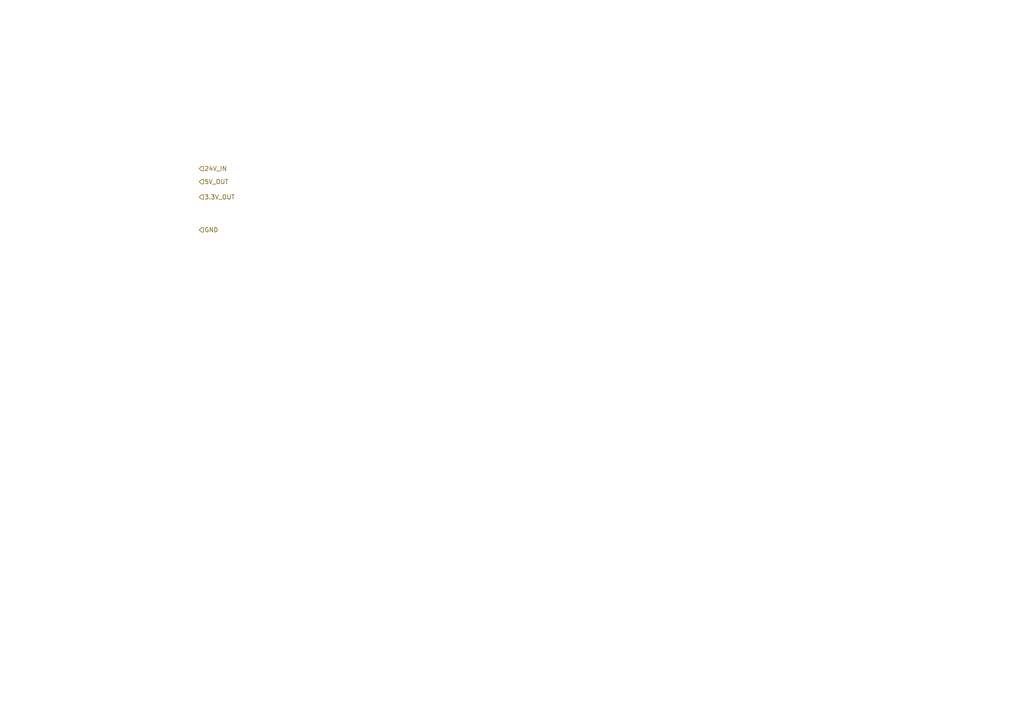
<source format=kicad_sch>
(kicad_sch (version 20211123) (generator eeschema)
  (paper "A4")
  (title_block (title "FloatPUMP Schematics") (date "2022-11-11") (rev "1.0") (company "robtor.de") (comment 1 "Controller board for up to 3 water pumps") (comment 2 "measuring capabilities with piezoresistive pressure sensors") (comment 3 "sensor input Range 4mA-20mA"))
  (lib_symbols)
  (hierarchical_label "24V_IN" (shape input) (at 57.785 48.895 0))
  (hierarchical_label "5V_OUT" (shape input) (at 57.785 52.705 0))
  (hierarchical_label "GND" (shape input) (at 57.785 66.675 0))
  (hierarchical_label "3.3V_OUT" (shape input) (at 57.785 57.15 0))
)
</source>
